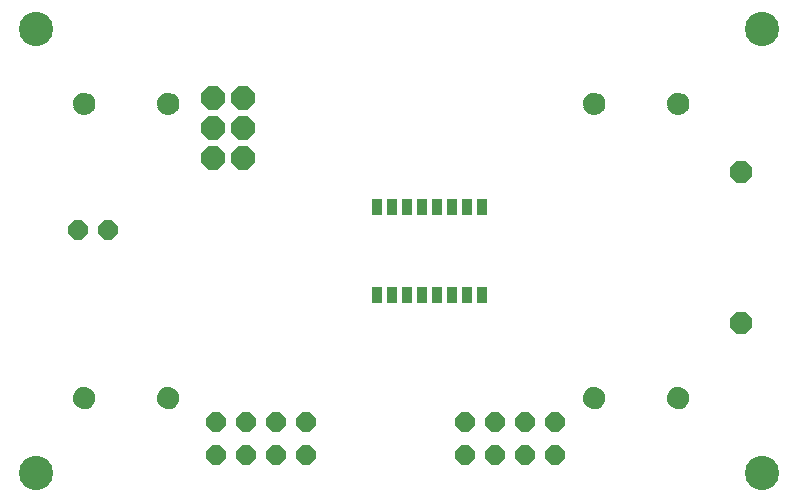
<source format=gbs>
G75*
%MOIN*%
%OFA0B0*%
%FSLAX25Y25*%
%IPPOS*%
%LPD*%
%AMOC8*
5,1,8,0,0,1.08239X$1,22.5*
%
%ADD10C,0.11424*%
%ADD11OC8,0.06400*%
%ADD12C,0.00500*%
%ADD13OC8,0.07800*%
%ADD14OC8,0.07400*%
%ADD15R,0.03400X0.05400*%
D10*
X0009800Y0009800D03*
X0009800Y0157800D03*
X0251800Y0157800D03*
X0251800Y0009800D03*
D11*
X0182800Y0015800D03*
X0172800Y0015800D03*
X0162800Y0015800D03*
X0152800Y0015800D03*
X0152800Y0026800D03*
X0162800Y0026800D03*
X0172800Y0026800D03*
X0182800Y0026800D03*
X0099800Y0026800D03*
X0089800Y0026800D03*
X0079800Y0026800D03*
X0069800Y0026800D03*
X0069800Y0015800D03*
X0079800Y0015800D03*
X0089800Y0015800D03*
X0099800Y0015800D03*
X0033800Y0090800D03*
X0023800Y0090800D03*
D12*
X0025700Y0129400D02*
X0026374Y0129457D01*
X0027024Y0129644D01*
X0027625Y0129954D01*
X0028154Y0130375D01*
X0028591Y0130892D01*
X0028918Y0131484D01*
X0029124Y0132128D01*
X0029200Y0132800D01*
X0029145Y0133455D01*
X0028964Y0134086D01*
X0028663Y0134670D01*
X0028254Y0135183D01*
X0027753Y0135608D01*
X0027178Y0135926D01*
X0026553Y0136126D01*
X0025900Y0136200D01*
X0025243Y0136165D01*
X0024606Y0136003D01*
X0024013Y0135720D01*
X0023487Y0135326D01*
X0023047Y0134837D01*
X0022712Y0134271D01*
X0022493Y0133651D01*
X0022400Y0133000D01*
X0022437Y0132324D01*
X0022605Y0131668D01*
X0022898Y0131058D01*
X0023304Y0130517D01*
X0023809Y0130065D01*
X0024391Y0129720D01*
X0025030Y0129496D01*
X0025700Y0129400D01*
X0025567Y0129419D02*
X0025925Y0129419D01*
X0027555Y0129917D02*
X0024058Y0129917D01*
X0023417Y0130416D02*
X0028188Y0130416D01*
X0028603Y0130914D02*
X0023006Y0130914D01*
X0022728Y0131413D02*
X0028879Y0131413D01*
X0029055Y0131911D02*
X0022543Y0131911D01*
X0022432Y0132410D02*
X0029156Y0132410D01*
X0029191Y0132908D02*
X0022405Y0132908D01*
X0022458Y0133407D02*
X0029149Y0133407D01*
X0029016Y0133905D02*
X0022583Y0133905D01*
X0022791Y0134404D02*
X0028800Y0134404D01*
X0028478Y0134903D02*
X0023106Y0134903D01*
X0023587Y0135401D02*
X0027997Y0135401D01*
X0027226Y0135900D02*
X0024389Y0135900D01*
X0050400Y0133000D02*
X0050437Y0132324D01*
X0050605Y0131668D01*
X0050898Y0131058D01*
X0051304Y0130517D01*
X0051809Y0130065D01*
X0052391Y0129720D01*
X0053030Y0129496D01*
X0053700Y0129400D01*
X0054374Y0129457D01*
X0055024Y0129644D01*
X0055625Y0129954D01*
X0056154Y0130375D01*
X0056591Y0130892D01*
X0056918Y0131484D01*
X0057124Y0132128D01*
X0057200Y0132800D01*
X0057145Y0133455D01*
X0056964Y0134086D01*
X0056663Y0134670D01*
X0056254Y0135183D01*
X0055753Y0135608D01*
X0055178Y0135926D01*
X0054553Y0136126D01*
X0053900Y0136200D01*
X0053243Y0136165D01*
X0052606Y0136003D01*
X0052013Y0135720D01*
X0051487Y0135326D01*
X0051047Y0134837D01*
X0050712Y0134271D01*
X0050493Y0133651D01*
X0050400Y0133000D01*
X0050405Y0132908D02*
X0057191Y0132908D01*
X0057156Y0132410D02*
X0050432Y0132410D01*
X0050543Y0131911D02*
X0057055Y0131911D01*
X0056879Y0131413D02*
X0050728Y0131413D01*
X0051006Y0130914D02*
X0056603Y0130914D01*
X0056188Y0130416D02*
X0051417Y0130416D01*
X0052058Y0129917D02*
X0055555Y0129917D01*
X0053925Y0129419D02*
X0053567Y0129419D01*
X0050458Y0133407D02*
X0057149Y0133407D01*
X0057016Y0133905D02*
X0050583Y0133905D01*
X0050791Y0134404D02*
X0056800Y0134404D01*
X0056478Y0134903D02*
X0051106Y0134903D01*
X0051587Y0135401D02*
X0055997Y0135401D01*
X0055226Y0135900D02*
X0052389Y0135900D01*
X0192400Y0133000D02*
X0192437Y0132324D01*
X0192605Y0131668D01*
X0192898Y0131058D01*
X0193304Y0130517D01*
X0193809Y0130065D01*
X0194391Y0129720D01*
X0195030Y0129496D01*
X0195700Y0129400D01*
X0196374Y0129457D01*
X0197024Y0129644D01*
X0197625Y0129954D01*
X0198154Y0130375D01*
X0198591Y0130892D01*
X0198918Y0131484D01*
X0199124Y0132128D01*
X0199200Y0132800D01*
X0199145Y0133455D01*
X0198964Y0134086D01*
X0198663Y0134670D01*
X0198254Y0135183D01*
X0197753Y0135608D01*
X0197178Y0135926D01*
X0196553Y0136126D01*
X0195900Y0136200D01*
X0195243Y0136165D01*
X0194606Y0136003D01*
X0194013Y0135720D01*
X0193487Y0135326D01*
X0193047Y0134837D01*
X0192712Y0134271D01*
X0192493Y0133651D01*
X0192400Y0133000D01*
X0192405Y0132908D02*
X0199191Y0132908D01*
X0199156Y0132410D02*
X0192432Y0132410D01*
X0192543Y0131911D02*
X0199055Y0131911D01*
X0198879Y0131413D02*
X0192728Y0131413D01*
X0193006Y0130914D02*
X0198603Y0130914D01*
X0198188Y0130416D02*
X0193417Y0130416D01*
X0194058Y0129917D02*
X0197555Y0129917D01*
X0195925Y0129419D02*
X0195567Y0129419D01*
X0192458Y0133407D02*
X0199149Y0133407D01*
X0199016Y0133905D02*
X0192583Y0133905D01*
X0192791Y0134404D02*
X0198800Y0134404D01*
X0198478Y0134903D02*
X0193106Y0134903D01*
X0193587Y0135401D02*
X0197997Y0135401D01*
X0197226Y0135900D02*
X0194389Y0135900D01*
X0220400Y0133000D02*
X0220437Y0132324D01*
X0220605Y0131668D01*
X0220898Y0131058D01*
X0221304Y0130517D01*
X0221809Y0130065D01*
X0222391Y0129720D01*
X0223030Y0129496D01*
X0223700Y0129400D01*
X0224374Y0129457D01*
X0225024Y0129644D01*
X0225625Y0129954D01*
X0226154Y0130375D01*
X0226591Y0130892D01*
X0226918Y0131484D01*
X0227124Y0132128D01*
X0227200Y0132800D01*
X0227145Y0133455D01*
X0226964Y0134086D01*
X0226663Y0134670D01*
X0226254Y0135183D01*
X0225753Y0135608D01*
X0225178Y0135926D01*
X0224553Y0136126D01*
X0223900Y0136200D01*
X0223243Y0136165D01*
X0222606Y0136003D01*
X0222013Y0135720D01*
X0221487Y0135326D01*
X0221047Y0134837D01*
X0220712Y0134271D01*
X0220493Y0133651D01*
X0220400Y0133000D01*
X0220405Y0132908D02*
X0227191Y0132908D01*
X0227156Y0132410D02*
X0220432Y0132410D01*
X0220543Y0131911D02*
X0227055Y0131911D01*
X0226879Y0131413D02*
X0220728Y0131413D01*
X0221006Y0130914D02*
X0226603Y0130914D01*
X0226188Y0130416D02*
X0221417Y0130416D01*
X0222058Y0129917D02*
X0225555Y0129917D01*
X0223925Y0129419D02*
X0223567Y0129419D01*
X0220458Y0133407D02*
X0227149Y0133407D01*
X0227016Y0133905D02*
X0220583Y0133905D01*
X0220791Y0134404D02*
X0226800Y0134404D01*
X0226478Y0134903D02*
X0221106Y0134903D01*
X0221587Y0135401D02*
X0225997Y0135401D01*
X0225226Y0135900D02*
X0222389Y0135900D01*
X0223900Y0038200D02*
X0223226Y0038143D01*
X0222576Y0037956D01*
X0221975Y0037646D01*
X0221446Y0037225D01*
X0221009Y0036708D01*
X0220682Y0036116D01*
X0220476Y0035472D01*
X0220400Y0034800D01*
X0220455Y0034145D01*
X0220636Y0033514D01*
X0220937Y0032930D01*
X0221346Y0032417D01*
X0221847Y0031992D01*
X0222422Y0031674D01*
X0223047Y0031474D01*
X0223700Y0031400D01*
X0224357Y0031435D01*
X0224994Y0031597D01*
X0225587Y0031880D01*
X0226113Y0032274D01*
X0226553Y0032763D01*
X0226888Y0033329D01*
X0227107Y0033949D01*
X0227200Y0034600D01*
X0227163Y0035276D01*
X0226995Y0035932D01*
X0226702Y0036542D01*
X0226296Y0037083D01*
X0225791Y0037535D01*
X0225209Y0037880D01*
X0224570Y0038104D01*
X0223900Y0038200D01*
X0223961Y0038191D02*
X0223797Y0038191D01*
X0225525Y0037693D02*
X0222065Y0037693D01*
X0221420Y0037194D02*
X0226172Y0037194D01*
X0226587Y0036696D02*
X0221002Y0036696D01*
X0220727Y0036197D02*
X0226867Y0036197D01*
X0227055Y0035699D02*
X0220548Y0035699D01*
X0220445Y0035200D02*
X0227167Y0035200D01*
X0227194Y0034702D02*
X0220408Y0034702D01*
X0220450Y0034203D02*
X0227143Y0034203D01*
X0227021Y0033705D02*
X0220581Y0033705D01*
X0220795Y0033206D02*
X0226815Y0033206D01*
X0226503Y0032708D02*
X0221114Y0032708D01*
X0221591Y0032209D02*
X0226026Y0032209D01*
X0225232Y0031711D02*
X0222356Y0031711D01*
X0199200Y0034600D02*
X0199163Y0035276D01*
X0198995Y0035932D01*
X0198702Y0036542D01*
X0198296Y0037083D01*
X0197791Y0037535D01*
X0197209Y0037880D01*
X0196570Y0038104D01*
X0195900Y0038200D01*
X0195226Y0038143D01*
X0194576Y0037956D01*
X0193975Y0037646D01*
X0193446Y0037225D01*
X0193009Y0036708D01*
X0192682Y0036116D01*
X0192476Y0035472D01*
X0192400Y0034800D01*
X0192455Y0034145D01*
X0192636Y0033514D01*
X0192937Y0032930D01*
X0193346Y0032417D01*
X0193847Y0031992D01*
X0194422Y0031674D01*
X0195047Y0031474D01*
X0195700Y0031400D01*
X0196357Y0031435D01*
X0196994Y0031597D01*
X0197587Y0031880D01*
X0198113Y0032274D01*
X0198553Y0032763D01*
X0198888Y0033329D01*
X0199107Y0033949D01*
X0199200Y0034600D01*
X0199194Y0034702D02*
X0192408Y0034702D01*
X0192445Y0035200D02*
X0199167Y0035200D01*
X0199055Y0035699D02*
X0192548Y0035699D01*
X0192727Y0036197D02*
X0198867Y0036197D01*
X0198587Y0036696D02*
X0193002Y0036696D01*
X0193420Y0037194D02*
X0198172Y0037194D01*
X0197525Y0037693D02*
X0194065Y0037693D01*
X0195797Y0038191D02*
X0195961Y0038191D01*
X0199143Y0034203D02*
X0192450Y0034203D01*
X0192581Y0033705D02*
X0199021Y0033705D01*
X0198815Y0033206D02*
X0192795Y0033206D01*
X0193114Y0032708D02*
X0198503Y0032708D01*
X0198026Y0032209D02*
X0193591Y0032209D01*
X0194356Y0031711D02*
X0197232Y0031711D01*
X0057200Y0034600D02*
X0057163Y0035276D01*
X0056995Y0035932D01*
X0056702Y0036542D01*
X0056296Y0037083D01*
X0055791Y0037535D01*
X0055209Y0037880D01*
X0054570Y0038104D01*
X0053900Y0038200D01*
X0053226Y0038143D01*
X0052576Y0037956D01*
X0051975Y0037646D01*
X0051446Y0037225D01*
X0051009Y0036708D01*
X0050682Y0036116D01*
X0050476Y0035472D01*
X0050400Y0034800D01*
X0050455Y0034145D01*
X0050636Y0033514D01*
X0050937Y0032930D01*
X0051346Y0032417D01*
X0051847Y0031992D01*
X0052422Y0031674D01*
X0053047Y0031474D01*
X0053700Y0031400D01*
X0054357Y0031435D01*
X0054994Y0031597D01*
X0055587Y0031880D01*
X0056113Y0032274D01*
X0056553Y0032763D01*
X0056888Y0033329D01*
X0057107Y0033949D01*
X0057200Y0034600D01*
X0057194Y0034702D02*
X0050408Y0034702D01*
X0050445Y0035200D02*
X0057167Y0035200D01*
X0057055Y0035699D02*
X0050548Y0035699D01*
X0050727Y0036197D02*
X0056867Y0036197D01*
X0056587Y0036696D02*
X0051002Y0036696D01*
X0051420Y0037194D02*
X0056172Y0037194D01*
X0055525Y0037693D02*
X0052065Y0037693D01*
X0053797Y0038191D02*
X0053961Y0038191D01*
X0057143Y0034203D02*
X0050450Y0034203D01*
X0050581Y0033705D02*
X0057021Y0033705D01*
X0056815Y0033206D02*
X0050795Y0033206D01*
X0051114Y0032708D02*
X0056503Y0032708D01*
X0056026Y0032209D02*
X0051591Y0032209D01*
X0052356Y0031711D02*
X0055232Y0031711D01*
X0029200Y0034600D02*
X0029163Y0035276D01*
X0028995Y0035932D01*
X0028702Y0036542D01*
X0028296Y0037083D01*
X0027791Y0037535D01*
X0027209Y0037880D01*
X0026570Y0038104D01*
X0025900Y0038200D01*
X0025226Y0038143D01*
X0024576Y0037956D01*
X0023975Y0037646D01*
X0023446Y0037225D01*
X0023009Y0036708D01*
X0022682Y0036116D01*
X0022476Y0035472D01*
X0022400Y0034800D01*
X0022455Y0034145D01*
X0022636Y0033514D01*
X0022937Y0032930D01*
X0023346Y0032417D01*
X0023847Y0031992D01*
X0024422Y0031674D01*
X0025047Y0031474D01*
X0025700Y0031400D01*
X0026357Y0031435D01*
X0026994Y0031597D01*
X0027587Y0031880D01*
X0028113Y0032274D01*
X0028553Y0032763D01*
X0028888Y0033329D01*
X0029107Y0033949D01*
X0029200Y0034600D01*
X0029194Y0034702D02*
X0022408Y0034702D01*
X0022445Y0035200D02*
X0029167Y0035200D01*
X0029055Y0035699D02*
X0022548Y0035699D01*
X0022727Y0036197D02*
X0028867Y0036197D01*
X0028587Y0036696D02*
X0023002Y0036696D01*
X0023420Y0037194D02*
X0028172Y0037194D01*
X0027525Y0037693D02*
X0024065Y0037693D01*
X0025797Y0038191D02*
X0025961Y0038191D01*
X0029143Y0034203D02*
X0022450Y0034203D01*
X0022581Y0033705D02*
X0029021Y0033705D01*
X0028815Y0033206D02*
X0022795Y0033206D01*
X0023114Y0032708D02*
X0028503Y0032708D01*
X0028026Y0032209D02*
X0023591Y0032209D01*
X0024356Y0031711D02*
X0027232Y0031711D01*
D13*
X0068800Y0114800D03*
X0078800Y0114800D03*
X0078800Y0124800D03*
X0068800Y0124800D03*
X0068800Y0134800D03*
X0078800Y0134800D03*
D14*
X0244800Y0109997D03*
X0244800Y0059603D03*
D15*
X0158300Y0069233D03*
X0153300Y0069233D03*
X0148300Y0069233D03*
X0143300Y0069233D03*
X0138300Y0069233D03*
X0133300Y0069233D03*
X0128300Y0069233D03*
X0123300Y0069233D03*
X0123300Y0098367D03*
X0128300Y0098367D03*
X0133300Y0098367D03*
X0138300Y0098367D03*
X0143300Y0098367D03*
X0148300Y0098367D03*
X0153300Y0098367D03*
X0158300Y0098367D03*
M02*

</source>
